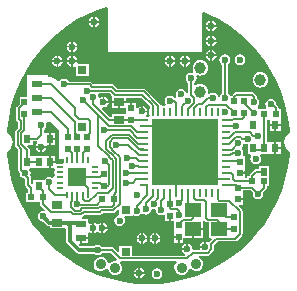
<source format=gbl>
G04 Layer_Physical_Order=4*
G04 Layer_Color=16711680*
%FSLAX44Y44*%
%MOMM*%
G71*
G01*
G75*
%ADD10R,0.6000X0.5000*%
%ADD11R,0.5000X0.6000*%
%ADD12O,0.2000X0.6500*%
%ADD13O,0.6500X0.2000*%
%ADD29R,0.9000X0.7000*%
%ADD34C,0.1500*%
%ADD35C,0.3000*%
%ADD40C,0.9000*%
%ADD41C,1.0000*%
%ADD42C,0.6000*%
%ADD48R,0.8000X0.7000*%
%ADD49R,0.8500X0.6000*%
%ADD50R,1.4000X1.1500*%
%ADD51R,1.5500X1.5500*%
%ADD52O,0.2500X0.7000*%
%ADD53O,0.7000X0.2500*%
%ADD54R,5.6000X5.6000*%
%ADD55R,0.6000X0.7000*%
G36*
X-34250Y113756D02*
X-34250Y76000D01*
X45750Y76000D01*
X45750Y109587D01*
X46997Y110420D01*
X50763Y108861D01*
X60057Y104022D01*
X68895Y98392D01*
X77208Y92013D01*
X84934Y84934D01*
X92013Y77208D01*
X98392Y68895D01*
X104022Y60057D01*
X108861Y50763D01*
X112871Y41082D01*
X116021Y31088D01*
X118289Y20858D01*
X119657Y10469D01*
X119681Y9925D01*
X119675Y8519D01*
X117868Y7132D01*
X116265Y5043D01*
X115257Y2610D01*
X114914Y0D01*
X115257Y-2610D01*
X116265Y-5043D01*
X117868Y-7132D01*
X119675Y-8519D01*
X119681Y-9919D01*
X119657Y-10469D01*
X118289Y-20858D01*
X116021Y-31088D01*
X112871Y-41082D01*
X108861Y-50763D01*
X104022Y-60057D01*
X98392Y-68895D01*
X92013Y-77208D01*
X84934Y-84934D01*
X77208Y-92013D01*
X68895Y-98392D01*
X60057Y-104022D01*
X50763Y-108861D01*
X41082Y-112871D01*
X31088Y-116021D01*
X20858Y-118289D01*
X10469Y-119657D01*
X0Y-120114D01*
X-10469Y-119657D01*
X-20858Y-118289D01*
X-31088Y-116021D01*
X-41082Y-112871D01*
X-50763Y-108861D01*
X-60057Y-104022D01*
X-68895Y-98392D01*
X-77208Y-92013D01*
X-84934Y-84934D01*
X-92013Y-77208D01*
X-98392Y-68895D01*
X-104022Y-60057D01*
X-108861Y-50763D01*
X-112871Y-41082D01*
X-116021Y-31088D01*
X-118289Y-20858D01*
X-119657Y-10469D01*
X-119682Y-9900D01*
X-119676Y-8514D01*
X-119676D01*
X-119676Y-8514D01*
X-117869Y-7128D01*
X-116266Y-5039D01*
X-115259Y-2607D01*
X-114915Y3D01*
X-115259Y2612D01*
X-116266Y5044D01*
X-117869Y7133D01*
X-119675Y8519D01*
X-119681Y9918D01*
X-119657Y10469D01*
X-118289Y20858D01*
X-116021Y31088D01*
X-112871Y41082D01*
X-108861Y50763D01*
X-104022Y60057D01*
X-98392Y68895D01*
X-92013Y77208D01*
X-84934Y84934D01*
X-77208Y92013D01*
X-68895Y98392D01*
X-60057Y104022D01*
X-50763Y108861D01*
X-41082Y112871D01*
X-35460Y114643D01*
X-34250Y113756D01*
D02*
G37*
%LPC*%
G36*
X17500Y67750D02*
X13811D01*
X14011Y66744D01*
X15006Y65256D01*
X16494Y64261D01*
X17500Y64061D01*
Y67750D01*
D02*
G37*
G36*
X22689D02*
X19000D01*
Y64061D01*
X20006Y64261D01*
X21494Y65256D01*
X22489Y66744D01*
X22689Y67750D01*
D02*
G37*
G36*
X-65250D02*
X-68939D01*
X-68739Y66744D01*
X-67744Y65256D01*
X-66256Y64261D01*
X-65250Y64061D01*
Y67750D01*
D02*
G37*
G36*
X-77750D02*
X-81439D01*
X-81239Y66744D01*
X-80244Y65256D01*
X-78756Y64261D01*
X-77750Y64061D01*
Y67750D01*
D02*
G37*
G36*
X-72561D02*
X-76250D01*
Y64061D01*
X-75244Y64261D01*
X-73756Y65256D01*
X-72761Y66744D01*
X-72561Y67750D01*
D02*
G37*
G36*
X30000D02*
X26311D01*
X26511Y66744D01*
X27506Y65256D01*
X28994Y64261D01*
X30000Y64061D01*
Y67750D01*
D02*
G37*
G36*
X57689Y72750D02*
X54000D01*
Y69061D01*
X55006Y69261D01*
X56494Y70256D01*
X57489Y71744D01*
X57689Y72750D01*
D02*
G37*
G36*
X-77750Y72939D02*
X-78756Y72739D01*
X-80244Y71744D01*
X-81239Y70256D01*
X-81439Y69250D01*
X-77750D01*
Y72939D01*
D02*
G37*
G36*
X52500Y72750D02*
X48811D01*
X49011Y71744D01*
X50006Y70256D01*
X51494Y69261D01*
X52500Y69061D01*
Y72750D01*
D02*
G37*
G36*
X35189Y67750D02*
X31500D01*
Y64061D01*
X32506Y64261D01*
X33994Y65256D01*
X34989Y66744D01*
X35189Y67750D01*
D02*
G37*
G36*
X77500Y74338D02*
X75744Y73989D01*
X74256Y72994D01*
X73261Y71506D01*
X72912Y69750D01*
X73261Y67994D01*
X74256Y66506D01*
X75744Y65511D01*
X77500Y65162D01*
X79256Y65511D01*
X80744Y66506D01*
X81739Y67994D01*
X82088Y69750D01*
X81739Y71506D01*
X80744Y72994D01*
X79256Y73989D01*
X77500Y74338D01*
D02*
G37*
G36*
X64750D02*
X62994Y73989D01*
X61506Y72994D01*
X60511Y71506D01*
X60162Y69750D01*
X60511Y67994D01*
X61506Y66506D01*
X62706Y65704D01*
Y41079D01*
X61756Y40444D01*
X60761Y38956D01*
X60625Y38270D01*
X59095D01*
X58939Y39056D01*
X57944Y40544D01*
X56456Y41539D01*
X54700Y41888D01*
X52944Y41539D01*
X51695Y40704D01*
X50764Y41078D01*
X50298Y41437D01*
X50456Y42640D01*
X50233Y44337D01*
X49578Y45918D01*
X48536Y47276D01*
X47178Y48318D01*
X45597Y48973D01*
X43900Y49196D01*
X42203Y48973D01*
X40622Y48318D01*
X39944Y47797D01*
X38444Y48537D01*
Y50321D01*
X39544Y51056D01*
X40539Y52544D01*
X40888Y54300D01*
X40617Y55661D01*
X41442Y56581D01*
X41805Y56792D01*
X42203Y56627D01*
X43900Y56404D01*
X45597Y56627D01*
X47178Y57282D01*
X48536Y58324D01*
X49578Y59682D01*
X50233Y61263D01*
X50456Y62960D01*
X50233Y64657D01*
X49578Y66238D01*
X48536Y67596D01*
X47178Y68638D01*
X45597Y69293D01*
X43900Y69516D01*
X42203Y69293D01*
X40622Y68638D01*
X39264Y67596D01*
X38222Y66238D01*
X37567Y64657D01*
X37344Y62960D01*
X37567Y61263D01*
X38063Y60067D01*
X37465Y59068D01*
X37056Y58738D01*
X36300Y58888D01*
X34544Y58539D01*
X33056Y57544D01*
X32061Y56056D01*
X31712Y54300D01*
X32061Y52544D01*
X33056Y51056D01*
X33856Y50521D01*
Y40816D01*
X32356Y40668D01*
X32039Y42262D01*
X31044Y43751D01*
X29556Y44745D01*
X27800Y45095D01*
X26044Y44745D01*
X24556Y43751D01*
X23561Y42262D01*
X23212Y40507D01*
X23561Y38751D01*
X23616Y38669D01*
X22721Y37308D01*
X21903Y37457D01*
X21444Y38144D01*
X19956Y39139D01*
X18200Y39488D01*
X16444Y39139D01*
X14956Y38144D01*
X13961Y36656D01*
X13612Y34900D01*
X13961Y33144D01*
X14618Y32161D01*
X13730Y30808D01*
X13500Y30854D01*
X12427Y30640D01*
X12259Y30528D01*
X12169Y30523D01*
X10648Y31175D01*
X10619Y31321D01*
X10122Y32065D01*
X-2535Y44722D01*
X-3280Y45219D01*
X-4157Y45394D01*
X-26107D01*
X-29087Y48374D01*
X-29832Y48872D01*
X-30710Y49046D01*
X-46627D01*
X-48205Y50624D01*
X-48950Y51122D01*
X-49827Y51296D01*
X-67372D01*
X-68006Y52244D01*
X-69494Y53239D01*
X-71250Y53588D01*
X-73006Y53239D01*
X-74494Y52244D01*
X-74830Y51742D01*
X-76746Y51537D01*
X-78554Y53345D01*
X-80456Y54616D01*
X-82700Y55063D01*
X-84725D01*
Y57200D01*
X-103225D01*
Y41200D01*
Y38300D01*
X-109000D01*
Y32544D01*
X-111372Y30172D01*
X-111869Y29428D01*
X-112044Y28550D01*
Y19868D01*
X-111869Y18990D01*
X-111372Y18246D01*
X-110294Y17168D01*
Y12375D01*
X-112372Y10297D01*
X-112869Y9553D01*
X-113044Y8675D01*
Y-2675D01*
X-112869Y-3553D01*
X-112372Y-4297D01*
X-110044Y-6625D01*
Y-23950D01*
X-109869Y-24828D01*
X-109372Y-25572D01*
X-108773Y-26172D01*
X-108838Y-26500D01*
X-108489Y-28256D01*
X-107494Y-29744D01*
X-106006Y-30739D01*
X-104250Y-31088D01*
X-104094Y-31216D01*
Y-36500D01*
X-103919Y-37378D01*
X-103422Y-38122D01*
X-101594Y-39950D01*
Y-42600D01*
X-103800D01*
Y-50600D01*
X-94800D01*
Y-50600D01*
X-93800D01*
Y-50600D01*
X-91594D01*
Y-52082D01*
X-91419Y-52960D01*
X-90922Y-53704D01*
X-87632Y-56994D01*
X-88371Y-58377D01*
X-89200Y-58212D01*
X-90956Y-58561D01*
X-92444Y-59556D01*
X-93439Y-61044D01*
X-93788Y-62800D01*
X-93439Y-64556D01*
X-92444Y-66044D01*
X-90956Y-67039D01*
X-89200Y-67388D01*
X-88981Y-67345D01*
X-86163Y-70163D01*
X-86163Y-70163D01*
X-85170Y-70826D01*
X-84000Y-71059D01*
X-83200D01*
Y-73000D01*
X-71200D01*
X-71200Y-73000D01*
Y-73000D01*
X-69759Y-73142D01*
Y-83400D01*
X-69759Y-83400D01*
X-69526Y-84571D01*
X-68863Y-85563D01*
X-61013Y-93413D01*
X-61013Y-93413D01*
X-60020Y-94076D01*
X-58850Y-94309D01*
X-46368D01*
X-46244Y-94494D01*
X-44756Y-95489D01*
X-43000Y-95838D01*
X-41244Y-95489D01*
X-39756Y-94494D01*
X-39121Y-93544D01*
X-32207D01*
X-26787Y-98965D01*
X-27448Y-100424D01*
X-28915Y-100328D01*
X-31175Y-101096D01*
X-32831Y-102548D01*
X-33626Y-102420D01*
X-34378Y-102133D01*
X-35086Y-100048D01*
X-36660Y-98253D01*
X-38800Y-97197D01*
X-41182Y-97041D01*
X-43442Y-97809D01*
X-45237Y-99382D01*
X-46293Y-101523D01*
X-46449Y-103905D01*
X-45682Y-106165D01*
X-44108Y-107960D01*
X-41967Y-109016D01*
X-39585Y-109172D01*
X-37325Y-108404D01*
X-35669Y-106952D01*
X-34874Y-107080D01*
X-34122Y-107367D01*
X-33414Y-109452D01*
X-31841Y-111247D01*
X-29700Y-112303D01*
X-27318Y-112459D01*
X-25058Y-111691D01*
X-23263Y-110118D01*
X-22207Y-107977D01*
X-22051Y-105595D01*
X-22819Y-103335D01*
X-23775Y-102244D01*
X-23095Y-100744D01*
X23095D01*
X23775Y-102244D01*
X22819Y-103335D01*
X22051Y-105595D01*
X22207Y-107977D01*
X23263Y-110118D01*
X25058Y-111691D01*
X27318Y-112459D01*
X29700Y-112303D01*
X31841Y-111247D01*
X33414Y-109452D01*
X34122Y-107367D01*
X34874Y-107080D01*
X35669Y-106952D01*
X37325Y-108404D01*
X39585Y-109172D01*
X41967Y-109016D01*
X44108Y-107960D01*
X45682Y-106165D01*
X46449Y-103905D01*
X46293Y-101523D01*
X45237Y-99382D01*
X43442Y-97809D01*
X42814Y-97595D01*
X43062Y-96095D01*
X50023D01*
X50901Y-95921D01*
X51645Y-95423D01*
X54721Y-92348D01*
X55218Y-91604D01*
X55393Y-90726D01*
Y-87151D01*
X58550Y-83994D01*
X73082D01*
X73960Y-83819D01*
X74704Y-83322D01*
X79022Y-79004D01*
X79519Y-78260D01*
X79548Y-78114D01*
X79694Y-77382D01*
X79694Y-77382D01*
Y-58600D01*
X79519Y-57722D01*
X79022Y-56978D01*
X76330Y-54286D01*
X76904Y-52900D01*
X80100D01*
Y-49150D01*
X76100D01*
Y-47650D01*
X80100D01*
Y-43900D01*
X80100D01*
Y-42900D01*
X80100D01*
Y-40794D01*
X86650D01*
X88385Y-42529D01*
X88162Y-43650D01*
X88511Y-45406D01*
X89506Y-46894D01*
X90994Y-47889D01*
X92750Y-48238D01*
X94506Y-47889D01*
X95994Y-46894D01*
X96989Y-45406D01*
X97338Y-43650D01*
X97115Y-42529D01*
X99622Y-40022D01*
X100119Y-39278D01*
X100294Y-38400D01*
Y-36800D01*
X102500D01*
Y-30200D01*
Y-20200D01*
X93500D01*
Y-22906D01*
X91400D01*
X90522Y-23081D01*
X89778Y-23578D01*
X86378Y-26978D01*
X85881Y-27722D01*
X85706Y-28600D01*
Y-28800D01*
X83500D01*
Y-30506D01*
X81700D01*
Y-27250D01*
X77700D01*
Y-25750D01*
X81700D01*
Y-22000D01*
X81700D01*
Y-21000D01*
X81700D01*
Y-12000D01*
X80515D01*
X79708Y-10508D01*
X80057Y-8752D01*
X79708Y-6996D01*
X79173Y-6196D01*
X79244Y-4344D01*
X80239Y-2856D01*
X80441Y-1838D01*
X81982Y-1080D01*
X82005Y-1079D01*
X82244Y-1239D01*
X84000Y-1588D01*
X84000Y-1588D01*
Y-10200D01*
X86123D01*
X86925Y-11700D01*
X86561Y-12244D01*
X86212Y-14000D01*
X86561Y-15756D01*
X87556Y-17244D01*
X89044Y-18239D01*
X90800Y-18588D01*
X92556Y-18239D01*
X94044Y-17244D01*
X95039Y-15756D01*
X95388Y-14000D01*
X95039Y-12244D01*
X94675Y-11700D01*
X95477Y-10200D01*
X101500D01*
X102500Y-10200D01*
X103489Y-10200D01*
X104000Y-10200D01*
X106750D01*
Y-5200D01*
Y-200D01*
X104000D01*
X103000Y-200D01*
X102011Y-200D01*
X101794Y-200D01*
X100294Y510D01*
Y19090D01*
X101106Y19474D01*
X102848Y18900D01*
X103000Y18507D01*
X103000Y18507D01*
Y18507D01*
Y15550D01*
X112000D01*
Y18300D01*
Y18507D01*
X112500Y19800D01*
Y20501D01*
X112500Y21093D01*
Y27800D01*
X110294D01*
Y28600D01*
X110119Y29478D01*
X109622Y30222D01*
X108048Y31797D01*
X108088Y32000D01*
X107739Y33756D01*
X106744Y35244D01*
X105256Y36239D01*
X103500Y36588D01*
X101744Y36239D01*
X100256Y35244D01*
X99261Y33756D01*
X98912Y32000D01*
X99261Y30244D01*
X99892Y29300D01*
X99192Y27800D01*
X93500D01*
X93500Y27800D01*
X92414Y28500D01*
Y30302D01*
X92644Y30456D01*
X93639Y31944D01*
X93988Y33700D01*
X93639Y35456D01*
X92644Y36944D01*
X91694Y37579D01*
Y38600D01*
X91519Y39478D01*
X91022Y40222D01*
X89472Y41772D01*
X88728Y42269D01*
X87850Y42444D01*
X74350D01*
X74350Y42444D01*
X73618Y42298D01*
X73472Y42269D01*
X72728Y41772D01*
X72728Y41772D01*
X71178Y40222D01*
X70681Y39478D01*
X70665Y39400D01*
X68942D01*
X68244Y40444D01*
X67294Y41079D01*
Y66038D01*
X67994Y66506D01*
X68989Y67994D01*
X69338Y69750D01*
X68989Y71506D01*
X67994Y72994D01*
X66506Y73989D01*
X64750Y74338D01*
D02*
G37*
G36*
X-8450Y-106261D02*
X-9456Y-106461D01*
X-10944Y-107456D01*
X-11939Y-108944D01*
X-12139Y-109950D01*
X-8450D01*
Y-106261D01*
D02*
G37*
G36*
X-6950D02*
Y-109950D01*
X-3261D01*
X-3461Y-108944D01*
X-4456Y-107456D01*
X-5944Y-106461D01*
X-6950Y-106261D01*
D02*
G37*
G36*
X-3261Y-111450D02*
X-6950D01*
Y-115139D01*
X-5944Y-114939D01*
X-4456Y-113944D01*
X-3461Y-112456D01*
X-3261Y-111450D01*
D02*
G37*
G36*
X7250Y-106662D02*
X5494Y-107011D01*
X4006Y-108006D01*
X3011Y-109494D01*
X2662Y-111250D01*
X3011Y-113006D01*
X4006Y-114494D01*
X5494Y-115489D01*
X7250Y-115838D01*
X9006Y-115489D01*
X10494Y-114494D01*
X11489Y-113006D01*
X11838Y-111250D01*
X11489Y-109494D01*
X10494Y-108006D01*
X9006Y-107011D01*
X7250Y-106662D01*
D02*
G37*
G36*
X-8450Y-111450D02*
X-12139D01*
X-11939Y-112456D01*
X-10944Y-113944D01*
X-9456Y-114939D01*
X-8450Y-115139D01*
Y-111450D01*
D02*
G37*
G36*
X112000Y-5950D02*
X108250D01*
Y-10200D01*
X112000D01*
Y-5950D01*
D02*
G37*
G36*
X94700Y59356D02*
X93003Y59133D01*
X91422Y58478D01*
X90064Y57436D01*
X89022Y56078D01*
X88367Y54497D01*
X88144Y52800D01*
X88367Y51103D01*
X89022Y49522D01*
X90064Y48164D01*
X91422Y47122D01*
X93003Y46467D01*
X94700Y46244D01*
X96397Y46467D01*
X97978Y47122D01*
X99336Y48164D01*
X100378Y49522D01*
X101033Y51103D01*
X101256Y52800D01*
X101033Y54497D01*
X100378Y56078D01*
X99336Y57436D01*
X97978Y58478D01*
X96397Y59133D01*
X94700Y59356D01*
D02*
G37*
G36*
X-60061Y67750D02*
X-63750D01*
Y64061D01*
X-63100Y64190D01*
X-61600Y63359D01*
Y56200D01*
X-50600D01*
Y66200D01*
X-58958D01*
X-60071Y67700D01*
X-60061Y67750D01*
D02*
G37*
G36*
X112000Y14050D02*
X108250D01*
Y9800D01*
X112000D01*
Y14050D01*
D02*
G37*
G36*
X108250Y-200D02*
Y-4450D01*
X112000D01*
Y-200D01*
X108250D01*
D02*
G37*
G36*
X106750Y14050D02*
X103000D01*
Y9800D01*
X106750D01*
Y14050D01*
D02*
G37*
G36*
X-76250Y72939D02*
Y69250D01*
X-72561D01*
X-72761Y70256D01*
X-73756Y71744D01*
X-75244Y72739D01*
X-76250Y72939D01*
D02*
G37*
G36*
X-47000Y106439D02*
X-48006Y106239D01*
X-49494Y105244D01*
X-50489Y103756D01*
X-50689Y102750D01*
X-47000D01*
Y106439D01*
D02*
G37*
G36*
X54000Y102939D02*
Y99250D01*
X57689D01*
X57489Y100256D01*
X56494Y101744D01*
X55006Y102739D01*
X54000Y102939D01*
D02*
G37*
G36*
X52500Y90439D02*
X51494Y90239D01*
X50006Y89244D01*
X49011Y87756D01*
X48811Y86750D01*
X52500D01*
Y90439D01*
D02*
G37*
G36*
X-65250Y85439D02*
X-66256Y85239D01*
X-67744Y84244D01*
X-68739Y82756D01*
X-68939Y81750D01*
X-65250D01*
Y85439D01*
D02*
G37*
G36*
X-63750D02*
Y81750D01*
X-60061D01*
X-60261Y82756D01*
X-61256Y84244D01*
X-62744Y85239D01*
X-63750Y85439D01*
D02*
G37*
G36*
X-45500Y106439D02*
Y102750D01*
X-41811D01*
X-42011Y103756D01*
X-43006Y105244D01*
X-44494Y106239D01*
X-45500Y106439D01*
D02*
G37*
G36*
X52500Y97750D02*
X48811D01*
X49011Y96744D01*
X50006Y95256D01*
X51494Y94261D01*
X52500Y94061D01*
Y97750D01*
D02*
G37*
G36*
X-47000Y101250D02*
X-50689D01*
X-50489Y100244D01*
X-49494Y98756D01*
X-48006Y97761D01*
X-47000Y97561D01*
Y101250D01*
D02*
G37*
G36*
X57689Y97750D02*
X54000D01*
Y94061D01*
X55006Y94261D01*
X56494Y95256D01*
X57489Y96744D01*
X57689Y97750D01*
D02*
G37*
G36*
X54000Y90439D02*
Y86750D01*
X57689D01*
X57489Y87756D01*
X56494Y89244D01*
X55006Y90239D01*
X54000Y90439D01*
D02*
G37*
G36*
X52500Y102939D02*
X51494Y102739D01*
X50006Y101744D01*
X49011Y100256D01*
X48811Y99250D01*
X52500D01*
Y102939D01*
D02*
G37*
G36*
X-41811Y101250D02*
X-45500D01*
Y97561D01*
X-44494Y97761D01*
X-43006Y98756D01*
X-42011Y100244D01*
X-41811Y101250D01*
D02*
G37*
G36*
X19000Y72939D02*
Y69250D01*
X22689D01*
X22489Y70256D01*
X21494Y71744D01*
X20006Y72739D01*
X19000Y72939D01*
D02*
G37*
G36*
X30000D02*
X28994Y72739D01*
X27506Y71744D01*
X26511Y70256D01*
X26311Y69250D01*
X30000D01*
Y72939D01*
D02*
G37*
G36*
X31500D02*
Y69250D01*
X35189D01*
X34989Y70256D01*
X33994Y71744D01*
X32506Y72739D01*
X31500Y72939D01*
D02*
G37*
G36*
X-65250D02*
X-66256Y72739D01*
X-67744Y71744D01*
X-68739Y70256D01*
X-68939Y69250D01*
X-65250D01*
Y72939D01*
D02*
G37*
G36*
X-63750D02*
Y69250D01*
X-60061D01*
X-60261Y70256D01*
X-61256Y71744D01*
X-62744Y72739D01*
X-63750Y72939D01*
D02*
G37*
G36*
X17500D02*
X16494Y72739D01*
X15006Y71744D01*
X14011Y70256D01*
X13811Y69250D01*
X17500D01*
Y72939D01*
D02*
G37*
G36*
X52500Y77939D02*
X51494Y77739D01*
X50006Y76744D01*
X49011Y75256D01*
X48811Y74250D01*
X52500D01*
Y77939D01*
D02*
G37*
G36*
X-60061Y80250D02*
X-63750D01*
Y76561D01*
X-62744Y76761D01*
X-61256Y77756D01*
X-60261Y79244D01*
X-60061Y80250D01*
D02*
G37*
G36*
X52500Y85250D02*
X48811D01*
X49011Y84244D01*
X50006Y82756D01*
X51494Y81761D01*
X52500Y81561D01*
Y85250D01*
D02*
G37*
G36*
X57689D02*
X54000D01*
Y81561D01*
X55006Y81761D01*
X56494Y82756D01*
X57489Y84244D01*
X57689Y85250D01*
D02*
G37*
G36*
X54000Y77939D02*
Y74250D01*
X57689D01*
X57489Y75256D01*
X56494Y76744D01*
X55006Y77739D01*
X54000Y77939D01*
D02*
G37*
G36*
X-65250Y80250D02*
X-68939D01*
X-68739Y79244D01*
X-67744Y77756D01*
X-66256Y76761D01*
X-65250Y76561D01*
Y80250D01*
D02*
G37*
%LPD*%
G36*
X-31745Y40301D02*
X-30900Y39200D01*
X-30900D01*
X-30900Y39200D01*
Y34950D01*
X-18900D01*
Y37806D01*
X-6350D01*
X1206Y30250D01*
Y29567D01*
X910Y29123D01*
X696Y28050D01*
Y23550D01*
X910Y22477D01*
X920Y22462D01*
X-162Y21380D01*
X-177Y21390D01*
X-1250Y21604D01*
X-1609D01*
X-1843Y21905D01*
X-2273Y23104D01*
X-1511Y24244D01*
X-1311Y25250D01*
X-5750D01*
Y26000D01*
X-6500D01*
Y30439D01*
X-7506Y30239D01*
X-8994Y29244D01*
X-9350Y28712D01*
X-10850Y29167D01*
Y33250D01*
X-14100D01*
Y28750D01*
X-15600D01*
Y33250D01*
X-17400D01*
X-18850Y33250D01*
X-18857Y33450D01*
X-24150D01*
Y29200D01*
X-20350D01*
X-18900Y29200D01*
X-18850Y27721D01*
Y27721D01*
Y25679D01*
X-18898Y24248D01*
X-20329Y24200D01*
X-30900D01*
Y21494D01*
X-32450D01*
X-39021Y28066D01*
X-38282Y29448D01*
X-38100Y29412D01*
X-36344Y29761D01*
X-34856Y30756D01*
X-33861Y32244D01*
X-33661Y33250D01*
X-38100D01*
Y34000D01*
X-38850D01*
Y38439D01*
X-39856Y38239D01*
X-40748Y37643D01*
X-41149Y37713D01*
X-42295Y38316D01*
X-42561Y39656D01*
X-42763Y39958D01*
X-41961Y41458D01*
X-32902D01*
X-31745Y40301D01*
D02*
G37*
G36*
X4600Y-56888D02*
X4866Y-56835D01*
X6312Y-57000D01*
X6496Y-57924D01*
X6661Y-58756D01*
X7656Y-60244D01*
X9144Y-61239D01*
X10900Y-61588D01*
X12656Y-61239D01*
X12800Y-61143D01*
X14300Y-61944D01*
Y-66600D01*
X17550D01*
Y-62100D01*
X19050D01*
Y-66600D01*
X21600D01*
Y-75000D01*
X21600D01*
Y-76000D01*
X21600D01*
Y-79750D01*
X25600D01*
Y-80500D01*
X26350D01*
Y-85000D01*
X29600D01*
Y-80850D01*
X36850D01*
Y-73600D01*
X37600D01*
Y-72850D01*
X46100D01*
Y-66502D01*
X46857Y-65937D01*
X47313Y-65657D01*
X48878Y-67222D01*
X49622Y-67719D01*
X50500Y-67894D01*
X51100D01*
Y-80850D01*
X53246D01*
X53820Y-82236D01*
X51477Y-84579D01*
X50342Y-84805D01*
X49605Y-84312D01*
X48599Y-84112D01*
Y-88551D01*
X47849D01*
Y-89301D01*
X43410D01*
X43550Y-90007D01*
X42745Y-91507D01*
X38577D01*
X37288Y-90300D01*
X36939Y-88544D01*
X35944Y-87056D01*
X34456Y-86061D01*
X33450Y-85861D01*
Y-90300D01*
X32700D01*
Y-91050D01*
X28261D01*
X28461Y-92056D01*
X29456Y-93544D01*
X30944Y-94539D01*
X30576Y-95960D01*
X30471Y-96156D01*
X-13625D01*
Y-87700D01*
X-24625D01*
Y-92678D01*
X-26011Y-93252D01*
X-29635Y-89628D01*
X-30379Y-89131D01*
X-31257Y-88956D01*
X-39121D01*
X-39756Y-88006D01*
X-41244Y-87011D01*
X-43000Y-86662D01*
X-44756Y-87011D01*
X-46244Y-88006D01*
X-46368Y-88191D01*
X-57583D01*
X-58689Y-87086D01*
X-58114Y-85700D01*
X-57625D01*
Y-81200D01*
X-56875D01*
Y-80450D01*
X-51125D01*
Y-77021D01*
X-49878Y-76089D01*
X-48756Y-76839D01*
X-47750Y-77039D01*
Y-72600D01*
Y-68161D01*
X-48756Y-68361D01*
X-49625Y-68942D01*
X-51125Y-68179D01*
Y-64700D01*
X-56414D01*
X-56562Y-63200D01*
X-55905Y-63069D01*
X-55161Y-62572D01*
X-53833Y-61244D01*
X-41257D01*
X-40379Y-61069D01*
X-39635Y-60572D01*
X-38857Y-59794D01*
X-29700D01*
X-28822Y-59619D01*
X-28078Y-59122D01*
X-26011Y-57055D01*
X-24625Y-57629D01*
Y-61757D01*
X-26156Y-62061D01*
X-27644Y-63056D01*
X-28639Y-64544D01*
X-28988Y-66300D01*
X-28639Y-68056D01*
X-27644Y-69544D01*
X-26156Y-70539D01*
X-24400Y-70888D01*
X-22644Y-70539D01*
X-21156Y-69544D01*
X-20161Y-68056D01*
X-19812Y-66300D01*
X-20161Y-64544D01*
X-20391Y-64200D01*
X-19589Y-62700D01*
X-13625D01*
X-13625Y-62700D01*
Y-62700D01*
X-12125Y-61959D01*
X-11856Y-62139D01*
X-10100Y-62488D01*
X-8344Y-62139D01*
X-6856Y-61144D01*
X-6699Y-60910D01*
X-4742Y-60680D01*
X-4056Y-61139D01*
X-2300Y-61488D01*
X-544Y-61139D01*
X944Y-60144D01*
X1939Y-58656D01*
X2108Y-57805D01*
X2662Y-56853D01*
X3738Y-56717D01*
X4600Y-56888D01*
D02*
G37*
G36*
X-75800Y10009D02*
Y-4000D01*
Y-14000D01*
X-71849D01*
Y-16811D01*
X-72405Y-17595D01*
X-73189Y-18151D01*
X-77300D01*
X-77500Y-18191D01*
X-78289Y-17650D01*
X-82750D01*
Y-21900D01*
X-80167D01*
X-79323Y-23301D01*
X-79522Y-24026D01*
X-79655Y-24225D01*
X-79849Y-25200D01*
X-79655Y-26175D01*
X-79102Y-27002D01*
Y-27898D01*
X-79655Y-28725D01*
X-79837Y-29637D01*
X-80163Y-29867D01*
X-81232Y-30438D01*
X-82244Y-29761D01*
X-84000Y-29412D01*
X-85756Y-29761D01*
X-87244Y-30756D01*
X-87386Y-30968D01*
X-88500Y-31900D01*
X-97500D01*
Y-34219D01*
X-99000Y-34997D01*
X-99506Y-34642D01*
Y-29900D01*
X-99681Y-29022D01*
X-100102Y-28392D01*
X-100011Y-28256D01*
X-99662Y-26500D01*
X-100011Y-24744D01*
X-100909Y-23400D01*
X-100743Y-22726D01*
X-100335Y-21900D01*
X-98000D01*
X-98000Y-21900D01*
Y-21900D01*
X-97993Y-21902D01*
X-97992Y-21902D01*
X-97500Y-22000D01*
X-97500Y-22000D01*
X-97500Y-22000D01*
Y-22000D01*
X-96541Y-22000D01*
X-89459D01*
X-88500Y-22000D01*
Y-22000D01*
X-88500Y-22000D01*
Y-22000D01*
X-88000Y-21900D01*
X-88000D01*
Y-21900D01*
X-88000Y-21900D01*
X-84250D01*
Y-16900D01*
Y-11900D01*
X-87041D01*
X-88000Y-11900D01*
Y-11900D01*
X-88000Y-11900D01*
Y-11900D01*
X-88500Y-12000D01*
X-88500D01*
Y-12000D01*
X-88500Y-12000D01*
X-97500D01*
X-97500Y-12000D01*
Y-12000D01*
X-97507Y-11998D01*
X-97508Y-11998D01*
X-98000Y-11900D01*
X-98000Y-11900D01*
X-98000Y-11900D01*
Y-11900D01*
X-98706Y-11900D01*
X-100206Y-11290D01*
Y-6682D01*
X-100381Y-5804D01*
X-100878Y-5060D01*
X-102552Y-3386D01*
X-101978Y-2000D01*
X-98000D01*
Y706D01*
X-94383D01*
X-93987Y2D01*
X-93867Y-753D01*
X-94244Y-1006D01*
X-95239Y-2494D01*
X-95439Y-3500D01*
X-86561D01*
X-86561Y-3500D01*
X-85425Y-2000D01*
X-84250D01*
Y3000D01*
Y8000D01*
X-87206D01*
X-88000Y8000D01*
X-88706Y9208D01*
Y10621D01*
X-87756Y11256D01*
X-86761Y12744D01*
X-86412Y14500D01*
X-86650Y15700D01*
X-86024Y16715D01*
X-84725Y17200D01*
X-83294Y17503D01*
X-75800Y10009D01*
D02*
G37*
G36*
X-62200Y-69500D02*
X-62770Y-69530D01*
X-63280Y-69620D01*
X-63730Y-69770D01*
X-64120Y-69980D01*
X-64450Y-70250D01*
X-64720Y-70580D01*
X-64930Y-70970D01*
X-65080Y-71420D01*
X-65170Y-71930D01*
X-65200Y-72500D01*
X-68200D01*
X-68230Y-71930D01*
X-68320Y-71420D01*
X-68470Y-70970D01*
X-68680Y-70580D01*
X-68950Y-70250D01*
X-69280Y-69980D01*
X-69670Y-69770D01*
X-70120Y-69620D01*
X-70630Y-69530D01*
X-71200Y-69500D01*
X-66700Y-66500D01*
X-62200Y-69500D01*
D02*
G37*
%LPC*%
G36*
X-37350Y38439D02*
Y34750D01*
X-33661D01*
X-33861Y35756D01*
X-34856Y37244D01*
X-36344Y38239D01*
X-37350Y38439D01*
D02*
G37*
G36*
X-25650Y33450D02*
X-30900D01*
Y29200D01*
X-25650D01*
Y33450D01*
D02*
G37*
G36*
X-5000Y30439D02*
Y26750D01*
X-1311D01*
X-1511Y27756D01*
X-2506Y29244D01*
X-3994Y30239D01*
X-5000Y30439D01*
D02*
G37*
G36*
X9939Y-82250D02*
X6250D01*
Y-85939D01*
X7256Y-85739D01*
X8744Y-84744D01*
X9739Y-83256D01*
X9939Y-82250D01*
D02*
G37*
G36*
X-51125Y-81950D02*
X-56125D01*
Y-85700D01*
X-51125D01*
Y-81950D01*
D02*
G37*
G36*
X46100Y-74350D02*
X38350D01*
Y-80850D01*
X46100D01*
Y-74350D01*
D02*
G37*
G36*
X24850Y-81250D02*
X21600D01*
Y-85000D01*
X24850D01*
Y-81250D01*
D02*
G37*
G36*
X4750Y-82250D02*
X1061D01*
X1261Y-83256D01*
X2256Y-84744D01*
X3744Y-85739D01*
X4750Y-85939D01*
Y-82250D01*
D02*
G37*
G36*
X47099Y-84112D02*
X46093Y-84312D01*
X44604Y-85307D01*
X43610Y-86796D01*
X43410Y-87801D01*
X47099D01*
Y-84112D01*
D02*
G37*
G36*
X31950Y-85861D02*
X30944Y-86061D01*
X29456Y-87056D01*
X28461Y-88544D01*
X28261Y-89550D01*
X31950D01*
Y-85861D01*
D02*
G37*
G36*
X-1061Y-82250D02*
X-4750D01*
Y-85939D01*
X-3744Y-85739D01*
X-2256Y-84744D01*
X-1261Y-83256D01*
X-1061Y-82250D01*
D02*
G37*
G36*
X-6250D02*
X-9939D01*
X-9739Y-83256D01*
X-8744Y-84744D01*
X-7256Y-85739D01*
X-6250Y-85939D01*
Y-82250D01*
D02*
G37*
G36*
X4750Y-77061D02*
X3744Y-77261D01*
X2256Y-78256D01*
X1261Y-79744D01*
X1061Y-80750D01*
X4750D01*
Y-77061D01*
D02*
G37*
G36*
X-4750D02*
Y-80750D01*
X-1061D01*
X-1261Y-79744D01*
X-2256Y-78256D01*
X-3744Y-77261D01*
X-4750Y-77061D01*
D02*
G37*
G36*
X-6250D02*
X-7256Y-77261D01*
X-8744Y-78256D01*
X-9739Y-79744D01*
X-9939Y-80750D01*
X-6250D01*
Y-77061D01*
D02*
G37*
G36*
X6250D02*
Y-80750D01*
X9939D01*
X9739Y-79744D01*
X8744Y-78256D01*
X7256Y-77261D01*
X6250Y-77061D01*
D02*
G37*
G36*
X-39750Y-68161D02*
X-40756Y-68361D01*
X-42244Y-69356D01*
X-42250Y-69364D01*
X-43750D01*
X-43756Y-69356D01*
X-45244Y-68361D01*
X-46250Y-68161D01*
Y-72600D01*
Y-77039D01*
X-45244Y-76839D01*
X-43756Y-75844D01*
X-43750Y-75836D01*
X-42250D01*
X-42244Y-75844D01*
X-40756Y-76839D01*
X-39750Y-77039D01*
Y-72600D01*
Y-68161D01*
D02*
G37*
G36*
X-38250D02*
Y-71850D01*
X-34561D01*
X-34761Y-70844D01*
X-35756Y-69356D01*
X-37244Y-68361D01*
X-38250Y-68161D01*
D02*
G37*
G36*
X-34561Y-73350D02*
X-38250D01*
Y-77039D01*
X-37244Y-76839D01*
X-35756Y-75844D01*
X-34761Y-74356D01*
X-34561Y-73350D01*
D02*
G37*
G36*
X-79000Y2250D02*
X-82750D01*
Y-2000D01*
X-79000D01*
Y2250D01*
D02*
G37*
G36*
X-86561Y-5000D02*
X-90250D01*
Y-8689D01*
X-89244Y-8489D01*
X-87756Y-7494D01*
X-86761Y-6006D01*
X-86561Y-5000D01*
D02*
G37*
G36*
X-91750D02*
X-95439D01*
X-95239Y-6006D01*
X-94244Y-7494D01*
X-92756Y-8489D01*
X-91750Y-8689D01*
Y-5000D01*
D02*
G37*
G36*
X-82750Y8000D02*
Y3750D01*
X-79000D01*
Y8000D01*
X-82750D01*
D02*
G37*
G36*
Y-11900D02*
Y-16150D01*
X-79000D01*
Y-11900D01*
X-82750D01*
D02*
G37*
%LPD*%
D10*
X88000Y-32800D02*
D03*
X98000D02*
D03*
X-29500Y-48100D02*
D03*
X-39500D02*
D03*
X-89300Y-46600D02*
D03*
X-99300D02*
D03*
X98000Y23800D02*
D03*
X108000D02*
D03*
D11*
X-60300Y-6000D02*
D03*
Y4000D02*
D03*
X-68300Y-6000D02*
D03*
Y4000D02*
D03*
X-52300Y-6000D02*
D03*
Y4000D02*
D03*
X77700Y-26500D02*
D03*
Y-16500D02*
D03*
X80900Y24900D02*
D03*
Y34900D02*
D03*
X-105000Y23800D02*
D03*
Y33800D02*
D03*
X72800Y24900D02*
D03*
Y34900D02*
D03*
X25600Y-80500D02*
D03*
Y-70500D02*
D03*
X72500Y-63600D02*
D03*
Y-73600D02*
D03*
X-14850Y28750D02*
D03*
Y18750D02*
D03*
X76100Y-48400D02*
D03*
Y-38400D02*
D03*
X-38000Y-27000D02*
D03*
Y-37000D02*
D03*
X18300Y-62100D02*
D03*
Y-52100D02*
D03*
D12*
X-69300Y-14950D02*
D03*
X-64800D02*
D03*
X-60300D02*
D03*
X-55800D02*
D03*
X-51300D02*
D03*
Y-44450D02*
D03*
X-55800D02*
D03*
X-60300D02*
D03*
X-64800D02*
D03*
X-69300D02*
D03*
D13*
X-45550Y-20700D02*
D03*
Y-25200D02*
D03*
Y-29700D02*
D03*
Y-34200D02*
D03*
Y-38700D02*
D03*
X-75050D02*
D03*
Y-34200D02*
D03*
Y-29700D02*
D03*
Y-25200D02*
D03*
Y-20700D02*
D03*
D29*
X-24900Y34200D02*
D03*
Y19200D02*
D03*
X-77200Y-53000D02*
D03*
Y-68000D02*
D03*
D34*
X65000Y37200D02*
Y69500D01*
X64750Y69750D02*
X65000Y69500D01*
X-71250Y49000D02*
Y49004D01*
X-71248Y49002D01*
X-49827D01*
X-30710Y46752D02*
X-27057Y43100D01*
X-49827Y49002D02*
X-47578Y46752D01*
X-30710D01*
X-31952Y43752D02*
X-28300Y40100D01*
X-52003Y43752D02*
X-31952D01*
X-82700Y49200D02*
X-62450Y28950D01*
X-99300Y-46600D02*
Y-39000D01*
X-101800Y-36500D02*
X-99300Y-39000D01*
X-101800Y-36500D02*
Y-29900D01*
X-107750Y-23950D02*
X-101800Y-29900D01*
X-107750Y-23950D02*
Y-5675D01*
X-27057Y43100D02*
X-4157D01*
X-28300Y40100D02*
X-5400D01*
X-83004Y-19212D02*
X-83000Y-19216D01*
X-84000Y-39800D02*
Y-34000D01*
Y-39800D02*
X-79350Y-44450D01*
X-83004Y-19212D02*
X-83000Y-19208D01*
X-83004Y-19204D02*
X-83000Y-19208D01*
X-83004Y-19204D02*
X-82500Y-18700D01*
X-83900Y-17300D02*
X-82500Y-18700D01*
X92750Y-43650D02*
X98000Y-38400D01*
Y-32800D01*
X57600Y-81700D02*
X73082D01*
X53099Y-86201D02*
X57600Y-81700D01*
X53099Y-90726D02*
Y-86201D01*
X50023Y-93801D02*
X53099Y-90726D01*
X37425Y-93801D02*
X50023D01*
X32776Y-98450D02*
X37425Y-93801D01*
X77400Y-77382D02*
Y-58600D01*
X73082Y-81700D02*
X77400Y-77382D01*
X68300Y-49500D02*
X77400Y-58600D01*
X60000Y-49500D02*
X68300D01*
X58500Y-48000D02*
X60000Y-49500D01*
X58500Y-48000D02*
Y-43200D01*
X88000Y-32800D02*
Y-28600D01*
X71250Y-30950D02*
X73100Y-32800D01*
X88000D01*
X88350Y-19450D02*
X102150D01*
X81300Y-26500D02*
X88350Y-19450D01*
X77700Y-26500D02*
X81300D01*
X77550Y-16200D02*
X78450Y-17100D01*
X65500Y-16200D02*
X77550D01*
X87600Y-38500D02*
X92750Y-43650D01*
X76100Y-38500D02*
X87600D01*
X73800Y-36200D02*
X76100Y-38500D01*
X65500Y-36200D02*
X73800D01*
X91400Y-25200D02*
X98000D01*
X88000Y-28600D02*
X91400Y-25200D01*
X-43000Y-91250D02*
X-31257D01*
X-24057Y-98450D01*
X32776D01*
X59600Y-57600D02*
X65600Y-63600D01*
X72500D01*
X107600Y15000D02*
Y15100D01*
X107500Y15200D02*
X107600Y15100D01*
X-83500Y-13700D02*
Y3000D01*
X8500Y25800D02*
Y30443D01*
X3500Y25800D02*
Y31200D01*
X72800Y38600D02*
X74350Y40150D01*
X72800Y34900D02*
Y38600D01*
X71200Y19500D02*
X79300D01*
X70500Y18800D02*
X71200Y19500D01*
X65500Y18800D02*
X70500D01*
X79300Y19500D02*
X80900Y21100D01*
Y24900D01*
X48500Y25800D02*
Y30000D01*
X73825Y4150D02*
X78175D01*
X98000Y-4800D02*
Y23800D01*
X58500Y-43200D02*
X58800Y-43500D01*
X50500Y-65600D02*
X57900D01*
X48900Y-64000D02*
X50500Y-65600D01*
X48900Y-64000D02*
Y-51000D01*
X46850Y-48950D02*
X48900Y-51000D01*
X40350Y-48950D02*
X46850D01*
X38500Y-47100D02*
X40350Y-48950D01*
X57900Y-65600D02*
X59600Y-67300D01*
X37600Y-64100D02*
Y-57600D01*
X36100Y-65600D02*
X37600Y-64100D01*
X28500Y25800D02*
Y30500D01*
X-3500Y13800D02*
X8500D01*
X108000Y23800D02*
Y28600D01*
X88500Y-6800D02*
X96000D01*
X98000Y-4800D01*
X18500Y-51550D02*
Y-43200D01*
X33500Y-52200D02*
Y-43200D01*
X38500Y-47100D02*
Y-43200D01*
X-3500Y-11200D02*
X-3200D01*
X23500Y-43200D02*
Y-16200D01*
X31000Y-8700D01*
X53500Y-31200D01*
X65500D01*
Y13800D02*
X74000D01*
X74000Y13800D01*
X65500Y-26200D02*
X69900D01*
X71250Y-27550D01*
Y-30950D02*
Y-27550D01*
X65500Y3800D02*
X68457D01*
X65500Y-6200D02*
X70400D01*
X75500Y-1100D01*
X76000D01*
X75021Y-9200D02*
X75469Y-8752D01*
X65500Y-11200D02*
X69200D01*
X71200Y-9200D01*
X75021D01*
X65500Y-1200D02*
X68475D01*
X73825Y4150D01*
X59600Y-73600D02*
Y-67300D01*
Y-73600D02*
X72500D01*
X33500Y-52200D02*
X38250Y-56950D01*
X-3550Y-6150D02*
X-3500Y-6200D01*
X-3600Y-16100D02*
X-3500Y-16200D01*
Y3800D02*
Y3901D01*
Y-26200D02*
X-3200D01*
X-5400Y40100D02*
X3500Y31200D01*
X-4157Y43100D02*
X8500Y30443D01*
X-16000Y18800D02*
X-3500D01*
X23500Y25800D02*
Y33200D01*
X21800Y34900D02*
X23500Y33200D01*
X18200Y34900D02*
X21800D01*
X48500Y30000D02*
X50400Y31900D01*
X50100Y37300D02*
X54700D01*
X45200Y32400D02*
X50100Y37300D01*
X89400Y33700D02*
Y38600D01*
X74350Y40150D02*
X87850D01*
X89400Y38600D01*
X38500Y25800D02*
Y28933D01*
X38350Y33025D02*
Y37375D01*
X33100Y35100D02*
Y35200D01*
X41967Y32400D02*
X45200D01*
X38500Y28933D02*
X41967Y32400D01*
X28500Y30500D02*
X33100Y35100D01*
X33500Y25800D02*
Y28175D01*
X38350Y33025D01*
X36150Y54150D02*
X36300Y54300D01*
X36150Y39574D02*
X38350Y37375D01*
X36150Y39574D02*
Y54150D01*
X80900Y33600D02*
Y34900D01*
Y33600D02*
X89400Y25100D01*
X104600Y32000D02*
X108000Y28600D01*
X103500Y32000D02*
X104600D01*
X8500Y13800D02*
X29200Y-6900D01*
X50400Y31900D02*
X65800D01*
X72520Y25180D01*
X-7800Y-21200D02*
X-3500D01*
X3100Y-52200D02*
X3200Y-52300D01*
X8500Y-47557D02*
Y-46800D01*
X-3500Y-36200D02*
X-1100D01*
X-10200Y-31200D02*
X-3500D01*
X4893Y-51164D02*
X8500Y-47557D01*
X-8075Y-11200D02*
X-3500D01*
X-7950Y-6150D02*
X-3550D01*
X-40100Y-49308D02*
Y-48100D01*
X-29500Y-48100D02*
Y-44600D01*
X-27200Y-42300D01*
X-29500Y-53057D02*
Y-48100D01*
X-30943Y-54500D02*
X-29500Y-53057D01*
X-41050Y-54500D02*
X-30943D01*
X-43432Y-43350D02*
X-34650D01*
X-44750Y-44668D02*
X-43432Y-43350D01*
X-64800Y-49875D02*
Y-44450D01*
X-65450Y-54875D02*
Y-50525D01*
X-64800Y-49875D01*
X-45550Y-34200D02*
X-41300D01*
X-38500Y-37000D01*
X-38000D01*
X-69500Y5200D02*
X-68300Y4000D01*
X-62450Y23400D02*
X-58600Y19550D01*
X-51268D01*
X86174Y8250D02*
X88925Y5500D01*
X92700D01*
X72907Y8250D02*
X86174D01*
X68457Y3800D02*
X72907Y8250D01*
X78175Y4150D02*
X79325Y3000D01*
X84000D01*
X-60300Y-14950D02*
Y-6000D01*
Y-14950D02*
X-60300Y-14950D01*
X-65050Y-14700D02*
X-64800Y-14950D01*
X-65050Y-14700D02*
Y-9250D01*
X-68300Y-6000D02*
X-65050Y-9250D01*
X-55800Y-14950D02*
X-55550Y-14700D01*
Y-9250D01*
X-52300Y-6000D01*
X-62500Y7700D02*
X-60300Y5500D01*
Y4000D02*
Y5500D01*
X-52300Y4000D02*
Y5400D01*
X-49850Y7850D01*
X-93975Y25200D02*
X-82700D01*
X-68300Y10800D01*
Y4000D02*
Y10800D01*
X-93975Y37200D02*
X-82700D01*
X-62500Y17000D01*
Y7700D02*
Y17000D01*
X-93975Y49200D02*
X-82700D01*
X-62450Y23400D02*
Y28950D01*
X-45550Y-29700D02*
X-40700D01*
X-38000Y-27000D01*
X-51300Y-44450D02*
Y-38700D01*
X-60300Y-29700D02*
X-51300Y-38700D01*
X-102500Y-16900D02*
X-93100D01*
X-93000Y-17000D01*
X-89300Y-46600D02*
Y-40900D01*
X-94000Y-36200D02*
X-89300Y-40900D01*
X-62375Y-57950D02*
X-58025D01*
X-65667Y-58900D02*
X-63617Y-60950D01*
X-56783D01*
X-54783Y-58950D01*
X-65450Y-54875D02*
X-62375Y-57950D01*
X-54783Y-58950D02*
X-41257D01*
X-42500Y-55950D02*
X-41050Y-54500D01*
X-43742Y-52950D02*
X-40100Y-49308D01*
X-41257Y-58950D02*
X-39807Y-57500D01*
X107500Y-5200D02*
Y14800D01*
Y15000D01*
Y-14100D02*
Y-5200D01*
X102150Y-19450D02*
X107500Y-14100D01*
X-83900Y-17300D02*
X-83500Y-16900D01*
X-60300Y-29700D02*
X-45550D01*
X-89300Y-52082D02*
X-82482Y-58900D01*
X-89300Y-52082D02*
Y-46600D01*
X-82482Y-58900D02*
X-65667D01*
X-79350Y-44450D02*
X-69300D01*
X4893Y-51164D02*
X5150Y-51421D01*
X-110750Y-2675D02*
X-107750Y-5675D01*
X-91000Y6100D02*
Y14500D01*
X-94100Y3000D02*
X-91000Y6100D01*
X-102500Y3000D02*
X-94100D01*
X-107750Y7432D02*
X-105000Y10182D01*
X-107750Y-1432D02*
Y7432D01*
X-105000Y10182D02*
Y23800D01*
X-110750Y-2675D02*
Y8675D01*
X-108000Y11425D01*
Y18118D01*
X-109750Y19868D02*
X-108000Y18118D01*
X-109750Y19868D02*
Y28550D01*
X-105000Y33300D01*
Y33800D01*
X25600Y-69624D02*
X29625Y-65600D01*
X25600Y-70500D02*
Y-69624D01*
X25550Y-68300D02*
X25600D01*
X29625Y-65600D02*
X36100D01*
X-1100Y-44600D02*
Y-36200D01*
X-38000Y-37000D02*
X-34500D01*
X13500Y-47200D02*
Y-43200D01*
X-39807Y-57500D02*
X-29700D01*
X-24200Y-52000D01*
X-34650Y-43350D02*
X-30200Y-38900D01*
X-34500Y-37000D02*
X-33200Y-35700D01*
X4600Y-51971D02*
X5150Y-51421D01*
X4600Y-52300D02*
Y-51971D01*
X-2300Y-56900D02*
Y-51775D01*
X10900Y-57000D02*
Y-49800D01*
X13500Y-47200D01*
X3500Y-45975D02*
Y-43200D01*
X-2300Y-51775D02*
X3500Y-45975D01*
X25800Y-62000D02*
Y-58400D01*
X18300Y-55800D02*
Y-52100D01*
Y-55800D02*
X19350Y-56850D01*
X24250D01*
X25800Y-58400D01*
X25900Y-51600D02*
X28500Y-49000D01*
Y-43200D01*
X-18700Y-34300D02*
X-13300D01*
X-10200Y-31200D01*
X-3600Y-26100D02*
X-3500Y-26200D01*
X-18700Y-26100D02*
X-3600D01*
X-13600Y-19800D02*
X-9200D01*
X-7800Y-21200D01*
X-10900Y-13400D02*
X-8100Y-16200D01*
X-3500D01*
X-102500Y-16900D02*
Y-6682D01*
X-107750Y-1432D02*
X-102500Y-6682D01*
X-44750Y-44746D02*
Y-44668D01*
X-49954Y-49950D02*
X-44750Y-44746D01*
X-55800Y-48100D02*
Y-44450D01*
Y-48100D02*
X-53950Y-49950D01*
X-49954D01*
X-58025Y-57950D02*
X-56025Y-55950D01*
X-60200Y-52700D02*
X-59950Y-52950D01*
X-43742D01*
X-56025Y-55950D02*
X-42500D01*
X-60300Y-52600D02*
Y-44450D01*
Y-52600D02*
X-60200Y-52700D01*
X-10100Y-53600D02*
X-1100Y-44600D01*
X-10100Y-53600D02*
X-10000Y-53700D01*
X-10100Y-57900D02*
X-10000Y-57800D01*
Y-53700D01*
X-49850Y7850D02*
Y18132D01*
X-51268Y19550D02*
X-49850Y18132D01*
X-24900Y19200D02*
X-24450Y18750D01*
X-14850D01*
X-42650Y22850D02*
X-42525D01*
X-46800Y32600D02*
Y37900D01*
Y32600D02*
X-33400Y19200D01*
X-24900D01*
X-55200Y35400D02*
X-55075D01*
X-42525Y22850D01*
X-33125Y13450D01*
X-8657Y-1200D02*
X-3500D01*
X-9516Y3901D02*
X-3500D01*
X-33200Y-35700D02*
Y-19700D01*
X-30200Y-38900D02*
Y-15210D01*
X-27200Y-42300D02*
Y-13967D01*
X-24200Y-52000D02*
Y-12725D01*
X-33125Y13450D02*
X-14450D01*
X-9800Y8800D01*
X-3500D01*
X-37400Y10300D02*
X-15915D01*
X-9516Y3901D01*
X-17275Y-2000D02*
X-8075Y-11200D01*
X-16107Y6250D02*
X-8657Y-1200D01*
X-17275Y-2000D02*
X-17275Y-2000D01*
X-17276D02*
X-17275Y-2000D01*
X-32040Y-4950D02*
X-32040D01*
X-42650Y-2826D02*
Y22850D01*
X-17350Y3250D02*
X-7950Y-6150D01*
X-36700Y-16200D02*
X-33200Y-19700D01*
X-42650Y-2826D02*
X-34525Y-10950D01*
X-34525D01*
X-32225Y-13250D01*
X-32160D01*
X-30200Y-15210D01*
X-33283Y-7950D02*
X-33283D01*
X-30983Y-10250D01*
X-30917D01*
X-27200Y-13967D01*
X-32040Y-4950D02*
X-29740Y-7250D01*
X-29675D01*
X-24200Y-12725D01*
X-18400Y-13400D02*
X-10900D01*
X-27566Y-2000D02*
X-17276D01*
X-32816Y175D02*
X-29740Y3250D01*
X-32816Y-4175D02*
Y175D01*
Y-4175D02*
X-32040Y-4950D01*
X-29740Y3250D02*
X-17350D01*
X-35816Y-5417D02*
X-33283Y-7950D01*
X-35816Y-5417D02*
Y1417D01*
X-30983Y6250D01*
X-16107D01*
D35*
X-89200Y-62800D02*
X-84000Y-68000D01*
X-58850Y-91250D02*
X-43000D01*
X-84000Y-68000D02*
X-77200D01*
X-66700D02*
X-55875D01*
X-77200D02*
X-66700D01*
Y-83400D02*
X-58850Y-91250D01*
X-66700Y-83400D02*
Y-68000D01*
D40*
X-28116Y-106393D02*
D03*
X-40384Y-103106D02*
D03*
X28116Y-106393D02*
D03*
X40384Y-103106D02*
D03*
D41*
X94700Y52800D02*
D03*
X43900Y42640D02*
D03*
Y62960D02*
D03*
D42*
X-5500Y-81500D02*
D03*
X5500D02*
D03*
X53250Y98500D02*
D03*
Y86000D02*
D03*
Y73500D02*
D03*
X77500Y69750D02*
D03*
X64750D02*
D03*
X-91000Y-4250D02*
D03*
X-71250Y49000D02*
D03*
X-52003Y43752D02*
D03*
X-84000Y-34000D02*
D03*
X-104250Y-26500D02*
D03*
X57200Y-55000D02*
D03*
X90800Y-14000D02*
D03*
X55600Y15800D02*
D03*
X9800Y10600D02*
D03*
X89400Y33700D02*
D03*
X65000Y37200D02*
D03*
X88500Y14900D02*
D03*
X92700Y5500D02*
D03*
X7250Y-111250D02*
D03*
X-89200Y-62800D02*
D03*
X92750Y-43650D02*
D03*
X74000Y13800D02*
D03*
X75469Y-8752D02*
D03*
X76000Y-1100D02*
D03*
X32700Y-90300D02*
D03*
X-7700Y-110700D02*
D03*
X47849Y-88551D02*
D03*
X-55200Y35400D02*
D03*
X-46800Y37900D02*
D03*
X18200Y34900D02*
D03*
X-38100Y34000D02*
D03*
X54700Y37300D02*
D03*
X33100Y35200D02*
D03*
X29500Y-6600D02*
D03*
X36300Y54300D02*
D03*
X89400Y25100D02*
D03*
X103500Y32000D02*
D03*
X-43000Y-91250D02*
D03*
X-39000Y-72600D02*
D03*
X-47000D02*
D03*
X84000Y3000D02*
D03*
X-60200Y-52700D02*
D03*
X-64500Y-25500D02*
D03*
X-77200Y-53000D02*
D03*
X-13600Y-19800D02*
D03*
X-24400Y-66300D02*
D03*
X25800Y-62000D02*
D03*
X-91000Y14500D02*
D03*
X-18700Y-26100D02*
D03*
X-18700Y-34300D02*
D03*
X-9700Y-44400D02*
D03*
X-2300Y-56900D02*
D03*
X4600Y-52300D02*
D03*
X10900Y-57000D02*
D03*
X25900Y-51600D02*
D03*
X-10100Y-57900D02*
D03*
X64600Y25400D02*
D03*
X-37400Y10300D02*
D03*
X-36700Y-16200D02*
D03*
X-18400Y-13400D02*
D03*
X-27566Y-2000D02*
D03*
X27800Y40507D02*
D03*
X30750Y68500D02*
D03*
X18250D02*
D03*
X-64500D02*
D03*
X-77000D02*
D03*
X-64500Y81000D02*
D03*
X-5750Y26000D02*
D03*
X-46250Y102000D02*
D03*
X36250Y-71500D02*
D03*
D48*
X-56100Y61200D02*
D03*
Y13200D02*
D03*
X-19125Y-92700D02*
D03*
Y-57700D02*
D03*
D49*
X-93975Y49200D02*
D03*
Y37200D02*
D03*
Y25200D02*
D03*
X-56875Y-69200D02*
D03*
Y-81200D02*
D03*
D50*
X59600Y-73600D02*
D03*
X37600D02*
D03*
Y-57600D02*
D03*
X59600Y-57600D02*
D03*
D51*
X-60300Y-29700D02*
D03*
D52*
X58500Y-43200D02*
D03*
X53500D02*
D03*
X48500D02*
D03*
X43500D02*
D03*
X38500D02*
D03*
X33500D02*
D03*
X28500D02*
D03*
X23500D02*
D03*
X18500D02*
D03*
X13500D02*
D03*
X8500D02*
D03*
X3500D02*
D03*
Y25800D02*
D03*
X8500D02*
D03*
X13500D02*
D03*
X18500D02*
D03*
X23500D02*
D03*
X28500D02*
D03*
X33500D02*
D03*
X38500D02*
D03*
X43500D02*
D03*
X48500D02*
D03*
X53500D02*
D03*
X58500D02*
D03*
D53*
X-3500Y-36200D02*
D03*
Y-31200D02*
D03*
Y-26200D02*
D03*
Y-21200D02*
D03*
Y-16200D02*
D03*
Y-11200D02*
D03*
Y-6200D02*
D03*
Y-1200D02*
D03*
Y3800D02*
D03*
Y8800D02*
D03*
Y13800D02*
D03*
Y18800D02*
D03*
X65500D02*
D03*
Y13800D02*
D03*
Y8800D02*
D03*
Y3800D02*
D03*
Y-1200D02*
D03*
Y-6200D02*
D03*
Y-11200D02*
D03*
Y-16200D02*
D03*
Y-21200D02*
D03*
Y-26200D02*
D03*
Y-31200D02*
D03*
Y-36200D02*
D03*
D54*
X31000Y-8700D02*
D03*
D55*
X-93000Y-17000D02*
D03*
X-83500Y3000D02*
D03*
X-102500D02*
D03*
X-93000Y-36900D02*
D03*
X-83500Y-16900D02*
D03*
X-102500D02*
D03*
X98000Y-5200D02*
D03*
X107500Y14800D02*
D03*
X88500D02*
D03*
X98000Y-25200D02*
D03*
X107500Y-5200D02*
D03*
X88500D02*
D03*
M02*

</source>
